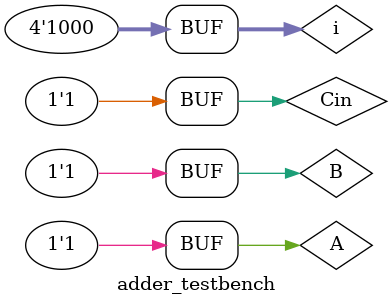
<source format=sv>
module adder (A, B, CI, CO, S, E);
	input A,B,CI,E;
	output S,CO;
	wire Bs;

	assign Bs = B ^ E;
	assign CO = ( A & Bs ) |  ( CI & ( A | Bs ) );
	assign S = (A^Bs)^CI;
endmodule

module adder_testbench();
	wire Out, Cout;
	reg A, B, Cin;
	
	adder dut(A, B, Cin, Cout, Out);
	
	parameter d = 20;
	
	initial begin
		A = 0;
		B = 0;
		Cin = 0;
	end
	
	reg [3:0] i;
	initial begin
	#d; 
		for(i = 0; ~i[3]; i = i + 1) begin
			{A, B, Cin} = i[2:0];
			#d;
		end
	end
endmodule
</source>
